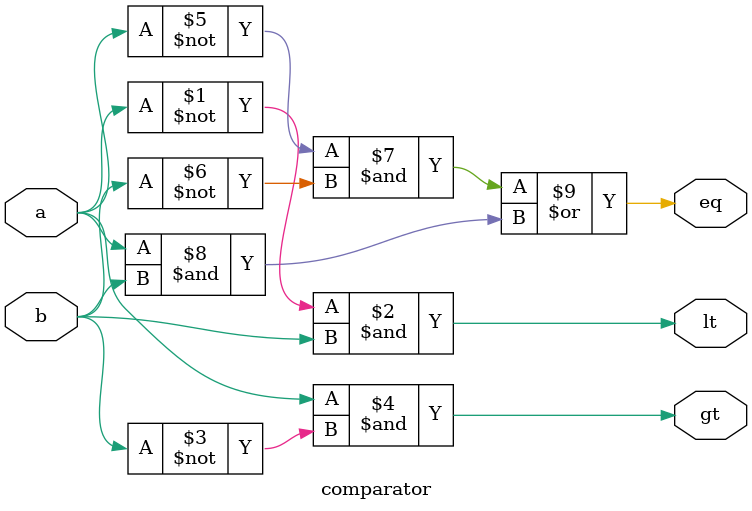
<source format=v>
module	comparator(a,	b,	lt,	gt,	eq);
	input	a,	b;
	output	lt,	gt,	eq;
	assign lt = ~a & b;
	assign gt = a & ~b;
	assign eq = ~a & ~b | a & b;	
endmodule
</source>
